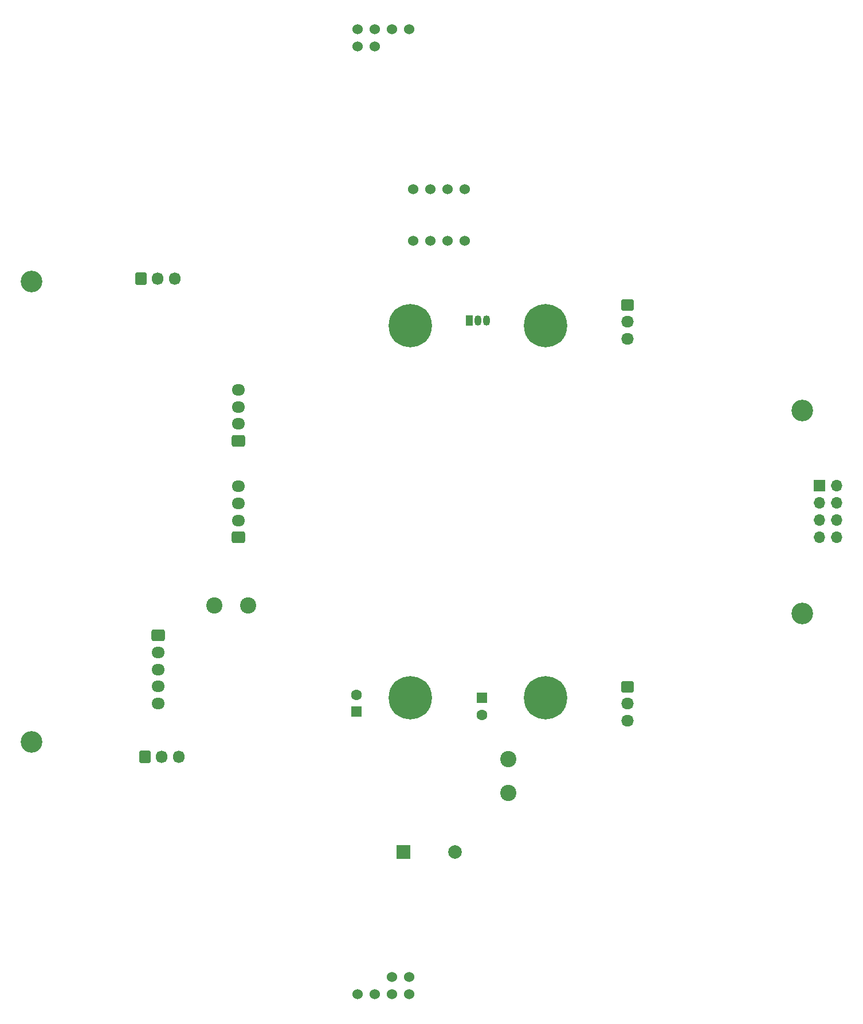
<source format=gbr>
%TF.GenerationSoftware,KiCad,Pcbnew,7.0.9*%
%TF.CreationDate,2025-02-06T15:14:37+09:00*%
%TF.ProjectId,01-MAIN,30312d4d-4149-44e2-9e6b-696361645f70,rev?*%
%TF.SameCoordinates,Original*%
%TF.FileFunction,Soldermask,Top*%
%TF.FilePolarity,Negative*%
%FSLAX46Y46*%
G04 Gerber Fmt 4.6, Leading zero omitted, Abs format (unit mm)*
G04 Created by KiCad (PCBNEW 7.0.9) date 2025-02-06 15:14:37*
%MOMM*%
%LPD*%
G01*
G04 APERTURE LIST*
G04 Aperture macros list*
%AMRoundRect*
0 Rectangle with rounded corners*
0 $1 Rounding radius*
0 $2 $3 $4 $5 $6 $7 $8 $9 X,Y pos of 4 corners*
0 Add a 4 corners polygon primitive as box body*
4,1,4,$2,$3,$4,$5,$6,$7,$8,$9,$2,$3,0*
0 Add four circle primitives for the rounded corners*
1,1,$1+$1,$2,$3*
1,1,$1+$1,$4,$5*
1,1,$1+$1,$6,$7*
1,1,$1+$1,$8,$9*
0 Add four rect primitives between the rounded corners*
20,1,$1+$1,$2,$3,$4,$5,0*
20,1,$1+$1,$4,$5,$6,$7,0*
20,1,$1+$1,$6,$7,$8,$9,0*
20,1,$1+$1,$8,$9,$2,$3,0*%
G04 Aperture macros list end*
%ADD10RoundRect,0.250000X0.725000X-0.600000X0.725000X0.600000X-0.725000X0.600000X-0.725000X-0.600000X0*%
%ADD11O,1.950000X1.700000*%
%ADD12C,0.800000*%
%ADD13C,6.400000*%
%ADD14RoundRect,0.250000X-0.725000X0.600000X-0.725000X-0.600000X0.725000X-0.600000X0.725000X0.600000X0*%
%ADD15RoundRect,0.250000X-0.675000X0.600000X-0.675000X-0.600000X0.675000X-0.600000X0.675000X0.600000X0*%
%ADD16O,1.850000X1.700000*%
%ADD17R,1.050000X1.500000*%
%ADD18O,1.050000X1.500000*%
%ADD19C,3.200000*%
%ADD20RoundRect,0.250000X-0.600000X-0.675000X0.600000X-0.675000X0.600000X0.675000X-0.600000X0.675000X0*%
%ADD21O,1.700000X1.850000*%
%ADD22C,2.400000*%
%ADD23R,1.600000X1.600000*%
%ADD24C,1.600000*%
%ADD25C,1.524000*%
%ADD26R,2.000000X2.000000*%
%ADD27C,2.000000*%
%ADD28R,1.700000X1.700000*%
%ADD29O,1.700000X1.700000*%
G04 APERTURE END LIST*
D10*
%TO.C,J1*%
X104610214Y-89525000D03*
D11*
X104610214Y-87025000D03*
X104610214Y-84525000D03*
X104610214Y-82025000D03*
%TD*%
D12*
%TO.C,H4*%
X127600000Y-127500000D03*
X128302944Y-125802944D03*
X128302944Y-129197056D03*
X130000000Y-125100000D03*
D13*
X130000000Y-127500000D03*
D12*
X130000000Y-129900000D03*
X131697056Y-125802944D03*
X131697056Y-129197056D03*
X132400000Y-127500000D03*
%TD*%
D14*
%TO.C,J3*%
X92710000Y-118270000D03*
D11*
X92710000Y-120770000D03*
X92710000Y-123270000D03*
X92710000Y-125770000D03*
X92710000Y-128270000D03*
%TD*%
D15*
%TO.C,J5*%
X162052000Y-69422000D03*
D16*
X162052000Y-71922000D03*
X162052000Y-74422000D03*
%TD*%
D17*
%TO.C,Q1*%
X138684000Y-71734000D03*
D18*
X139954000Y-71734000D03*
X141224000Y-71734000D03*
%TD*%
D19*
%TO.C,REF\u002A\u002A*%
X74000000Y-134000000D03*
%TD*%
%TO.C,REF\u002A\u002A*%
X187900000Y-115000000D03*
%TD*%
%TO.C,REF\u002A\u002A*%
X187900000Y-85000000D03*
%TD*%
D20*
%TO.C,J8*%
X90170000Y-65532000D03*
D21*
X92670000Y-65532000D03*
X95170000Y-65532000D03*
%TD*%
D22*
%TO.C,L2*%
X106005000Y-113792000D03*
X101005000Y-113792000D03*
%TD*%
D20*
%TO.C,J7*%
X90758000Y-136144000D03*
D21*
X93258000Y-136144000D03*
X95758000Y-136144000D03*
%TD*%
D23*
%TO.C,C18*%
X140589000Y-127500000D03*
D24*
X140589000Y-130000000D03*
%TD*%
D12*
%TO.C,H2*%
X147600000Y-72500000D03*
X148302944Y-70802944D03*
X148302944Y-74197056D03*
X150000000Y-70100000D03*
D13*
X150000000Y-72500000D03*
D12*
X150000000Y-74900000D03*
X151697056Y-70802944D03*
X151697056Y-74197056D03*
X152400000Y-72500000D03*
%TD*%
D25*
%TO.C,U5*%
X122174000Y-171270000D03*
X124714000Y-171270000D03*
X127254000Y-171270000D03*
X129794000Y-171270000D03*
X127254000Y-168730000D03*
X129794000Y-168730000D03*
%TD*%
D15*
%TO.C,J6*%
X162052000Y-125810000D03*
D16*
X162052000Y-128310000D03*
X162052000Y-130810000D03*
%TD*%
D12*
%TO.C,H3*%
X127600000Y-72500000D03*
X128302944Y-70802944D03*
X128302944Y-74197056D03*
X130000000Y-70100000D03*
D13*
X130000000Y-72500000D03*
D12*
X130000000Y-74900000D03*
X131697056Y-70802944D03*
X131697056Y-74197056D03*
X132400000Y-72500000D03*
%TD*%
D25*
%TO.C,U3*%
X129810000Y-28730000D03*
X127270000Y-28730000D03*
X124730000Y-28730000D03*
X122190000Y-28730000D03*
X124730000Y-31270000D03*
X122190000Y-31270000D03*
%TD*%
D10*
%TO.C,J2*%
X104610214Y-103759000D03*
D11*
X104610214Y-101259000D03*
X104610214Y-98759000D03*
X104610214Y-96259000D03*
%TD*%
D25*
%TO.C,U4*%
X130380000Y-60000000D03*
X132920000Y-60000000D03*
X135460000Y-60000000D03*
X138000000Y-60000000D03*
X138000000Y-52380000D03*
X135460000Y-52380000D03*
X132920000Y-52380000D03*
X130380000Y-52380000D03*
%TD*%
D23*
%TO.C,C19*%
X122000000Y-129500000D03*
D24*
X122000000Y-127000000D03*
%TD*%
D26*
%TO.C,BZ1*%
X129000000Y-150241000D03*
D27*
X136600000Y-150241000D03*
%TD*%
D19*
%TO.C,REF\u002A\u002A*%
X74000000Y-66000000D03*
%TD*%
D22*
%TO.C,L1*%
X144500000Y-136500000D03*
X144500000Y-141500000D03*
%TD*%
D12*
%TO.C,H1*%
X147600000Y-127500000D03*
X148302944Y-125802944D03*
X148302944Y-129197056D03*
X150000000Y-125100000D03*
D13*
X150000000Y-127500000D03*
D12*
X150000000Y-129900000D03*
X151697056Y-125802944D03*
X151697056Y-129197056D03*
X152400000Y-127500000D03*
%TD*%
D28*
%TO.C,J9*%
X190460000Y-96150000D03*
D29*
X193000000Y-96150000D03*
X190460000Y-98690000D03*
X193000000Y-98690000D03*
X190460000Y-101230000D03*
X193000000Y-101230000D03*
X190460000Y-103770000D03*
X193000000Y-103770000D03*
%TD*%
M02*

</source>
